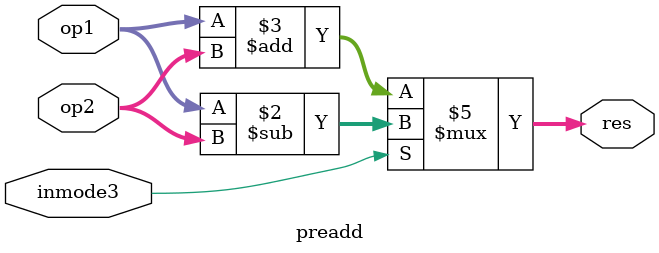
<source format=v>

module preadd #(parameter WIDTH = 25)(
  input   wire  [WIDTH-1:0]  op1, 
  input   wire  [WIDTH-1:0]  op2, 
  input   wire                    inmode3, 
  output  reg   [WIDTH-1:0]  res
);

always @(*) begin
  if(inmode3)
    res = op1 - op2;
  else
    res = op1 + op2;
end
  
endmodule
</source>
